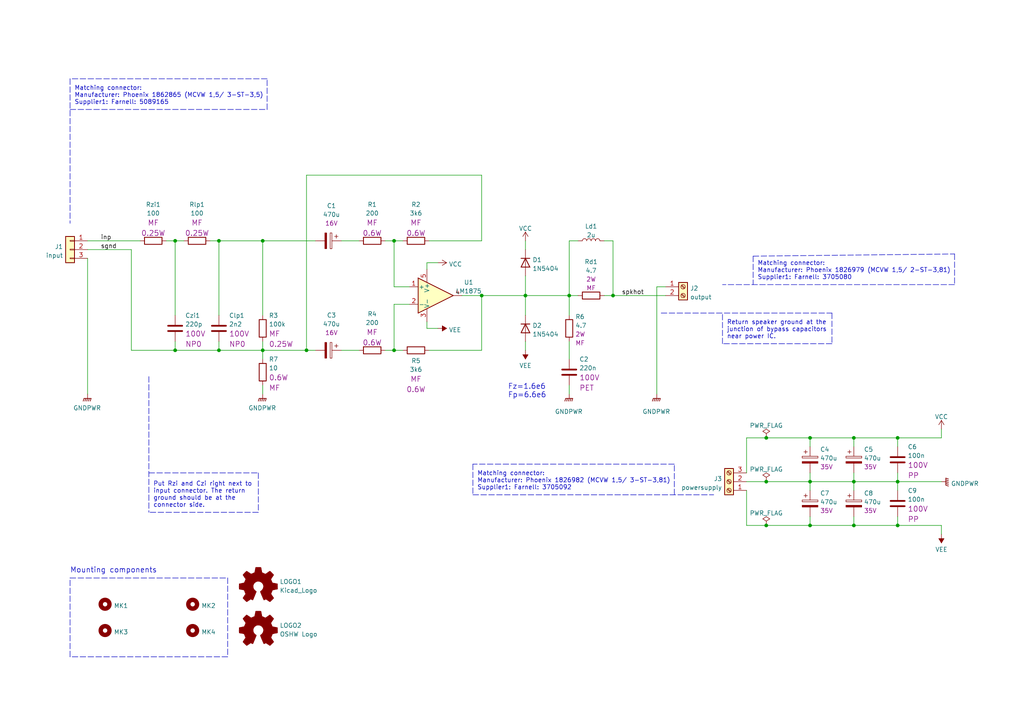
<source format=kicad_sch>
(kicad_sch (version 20211123) (generator eeschema)
  (paper "A4")
  (title_block (title "Minima Power Amplifier") (date "2019-01-31") (rev "1.2") (company "REAL-TIME CONSULTING") (comment 1 "Minimalistic small audio power amplifier"))
  (lib_symbols
    (symbol "Amplifier_Audio:LM1875" (pin_names (offset 0.127))
      (property "Reference" "U" (at 3.81 6.35 0))
      (property "Value" "LM1875" (at 3.81 3.81 0))
      (symbol "LM1875_0_1"
        (polyline (pts (xy -5.08 5.08) (xy 5.08 0) (xy -5.08 -5.08) (xy -5.08 5.08)) (stroke (width 0.254)) (fill (type background)))
      )
      (symbol "LM1875_1_1"
        (pin input line (at -7.62 2.54 0) (length 2.54) (name "+") (number "1"))
        (pin input line (at -7.62 -2.54 0) (length 2.54) (name "-") (number "2"))
        (pin power_in line (at -2.54 -7.62 90) (length 3.81) (name "V-") (number "3"))
        (pin output line (at 7.62 0 180) (length 2.54) (name "~") (number "4"))
        (pin power_in line (at -2.54 7.62 270) (length 3.81) (name "V+") (number "5"))
      )
    )
    (symbol "Connector:Screw_Terminal_01x02" (pin_names (offset 1.016) hide)
      (property "Reference" "J" (at 0 2.54 0))
      (property "Value" "Screw_Terminal_01x02" (at 0 -5.08 0))
      (symbol "Screw_Terminal_01x02_1_1"
        (rectangle (start -1.27 1.27) (end 1.27 -3.81) (stroke (width 0.254)) (fill (type background)))
        (circle (center 0 -2.54) (radius 0.635) (stroke (width 0.1524)))
        (polyline (pts (xy -0.5334 -2.2098) (xy 0.3302 -3.048)) (stroke (width 0.1524)))
        (polyline (pts (xy -0.5334 0.3302) (xy 0.3302 -0.508)) (stroke (width 0.1524)))
        (polyline (pts (xy -0.3556 -2.032) (xy 0.508 -2.8702)) (stroke (width 0.1524)))
        (polyline (pts (xy -0.3556 0.508) (xy 0.508 -0.3302)) (stroke (width 0.1524)))
        (circle (center 0 0) (radius 0.635) (stroke (width 0.1524)))
        (pin passive line (at -5.08 0 0) (length 3.81) (name "Pin_1") (number "1"))
        (pin passive line (at -5.08 -2.54 0) (length 3.81) (name "Pin_2") (number "2"))
      )
    )
    (symbol "Connector:Screw_Terminal_01x03" (pin_names (offset 1.016) hide)
      (property "Reference" "J" (at 0 5.08 0))
      (property "Value" "Screw_Terminal_01x03" (at 0 -5.08 0))
      (symbol "Screw_Terminal_01x03_1_1"
        (rectangle (start -1.27 3.81) (end 1.27 -3.81) (stroke (width 0.254)) (fill (type background)))
        (circle (center 0 -2.54) (radius 0.635) (stroke (width 0.1524)))
        (polyline (pts (xy -0.5334 -2.2098) (xy 0.3302 -3.048)) (stroke (width 0.1524)))
        (polyline (pts (xy -0.5334 0.3302) (xy 0.3302 -0.508)) (stroke (width 0.1524)))
        (polyline (pts (xy -0.5334 2.8702) (xy 0.3302 2.032)) (stroke (width 0.1524)))
        (polyline (pts (xy -0.3556 -2.032) (xy 0.508 -2.8702)) (stroke (width 0.1524)))
        (polyline (pts (xy -0.3556 0.508) (xy 0.508 -0.3302)) (stroke (width 0.1524)))
        (polyline (pts (xy -0.3556 3.048) (xy 0.508 2.2098)) (stroke (width 0.1524)))
        (circle (center 0 0) (radius 0.635) (stroke (width 0.1524)))
        (circle (center 0 2.54) (radius 0.635) (stroke (width 0.1524)))
        (pin passive line (at -5.08 2.54 0) (length 3.81) (name "Pin_1") (number "1"))
        (pin passive line (at -5.08 0 0) (length 3.81) (name "Pin_2") (number "2"))
        (pin passive line (at -5.08 -2.54 0) (length 3.81) (name "Pin_3") (number "3"))
      )
    )
    (symbol "Connector_Generic:Conn_01x03" (pin_names (offset 1.016) hide)
      (property "Reference" "J" (at 0 5.08 0))
      (property "Value" "Conn_01x03" (at 0 -5.08 0))
      (symbol "Conn_01x03_1_1"
        (rectangle (start -1.27 -2.413) (end 0 -2.667) (stroke (width 0.1524)))
        (rectangle (start -1.27 0.127) (end 0 -0.127) (stroke (width 0.1524)))
        (rectangle (start -1.27 2.667) (end 0 2.413) (stroke (width 0.1524)))
        (rectangle (start -1.27 3.81) (end 1.27 -3.81) (stroke (width 0.254)) (fill (type background)))
        (pin passive line (at -5.08 2.54 0) (length 3.81) (name "Pin_1") (number "1"))
        (pin passive line (at -5.08 0 0) (length 3.81) (name "Pin_2") (number "2"))
        (pin passive line (at -5.08 -2.54 0) (length 3.81) (name "Pin_3") (number "3"))
      )
    )
    (symbol "Device:C" (pin_numbers hide) (pin_names (offset 0.254))
      (property "Reference" "C" (at 0.635 2.54 0))
      (property "Value" "C" (at 0.635 -2.54 0))
      (symbol "C_0_1"
        (polyline (pts (xy -2.032 -0.762) (xy 2.032 -0.762)) (stroke (width 0.508)))
        (polyline (pts (xy -2.032 0.762) (xy 2.032 0.762)) (stroke (width 0.508)))
      )
      (symbol "C_1_1"
        (pin passive line (at 0 3.81 270) (length 2.794) (name "~") (number "1"))
        (pin passive line (at 0 -3.81 90) (length 2.794) (name "~") (number "2"))
      )
    )
    (symbol "Device:C_Polarized" (pin_numbers hide) (pin_names (offset 0.254))
      (property "Reference" "C" (at 0.635 2.54 0))
      (property "Value" "C_Polarized" (at 0.635 -2.54 0))
      (symbol "C_Polarized_0_1"
        (rectangle (start -2.286 0.508) (end 2.286 1.016))
        (polyline (pts (xy -1.778 2.286) (xy -0.762 2.286)))
        (polyline (pts (xy -1.27 2.794) (xy -1.27 1.778)))
        (rectangle (start 2.286 -0.508) (end -2.286 -1.016) (fill (type outline)))
      )
      (symbol "C_Polarized_1_1"
        (pin passive line (at 0 3.81 270) (length 2.794) (name "~") (number "1"))
        (pin passive line (at 0 -3.81 90) (length 2.794) (name "~") (number "2"))
      )
    )
    (symbol "Device:L" (pin_numbers hide) (pin_names (offset 1.016) hide)
      (property "Reference" "L" (at -1.27 0 90))
      (property "Value" "L" (at 1.905 0 90))
      (symbol "L_0_1"
        (arc (start 0 -2.54) (mid 0.635 -1.905) (end 0 -1.27))
        (arc (start 0 -1.27) (mid 0.635 -0.635) (end 0 0))
        (arc (start 0 0) (mid 0.635 0.635) (end 0 1.27))
        (arc (start 0 1.27) (mid 0.635 1.905) (end 0 2.54))
      )
      (symbol "L_1_1"
        (pin passive line (at 0 3.81 270) (length 1.27) (name "1") (number "1"))
        (pin passive line (at 0 -3.81 90) (length 1.27) (name "2") (number "2"))
      )
    )
    (symbol "Device:R" (pin_numbers hide) (pin_names (offset 0))
      (property "Reference" "R" (at 2.032 0 90))
      (property "Value" "R" (at 0 0 90))
      (symbol "R_0_1"
        (rectangle (start -1.016 -2.54) (end 1.016 2.54) (stroke (width 0.254)))
      )
      (symbol "R_1_1"
        (pin passive line (at 0 3.81 270) (length 1.27) (name "~") (number "1"))
        (pin passive line (at 0 -3.81 90) (length 1.27) (name "~") (number "2"))
      )
    )
    (symbol "Diode:1N5404" (pin_numbers hide) (pin_names (offset 1.016) hide)
      (property "Reference" "D" (at 0 2.54 0))
      (property "Value" "1N5404" (at 0 -2.54 0))
      (symbol "1N5404_0_1"
        (polyline (pts (xy -1.27 1.27) (xy -1.27 -1.27)) (stroke (width 0.254)))
        (polyline (pts (xy 1.27 0) (xy -1.27 0)))
        (polyline (pts (xy 1.27 1.27) (xy 1.27 -1.27) (xy -1.27 0) (xy 1.27 1.27)) (stroke (width 0.254)))
      )
      (symbol "1N5404_1_1"
        (pin passive line (at -3.81 0 0) (length 2.54) (name "K") (number "1"))
        (pin passive line (at 3.81 0 180) (length 2.54) (name "A") (number "2"))
      )
    )
    (symbol "Graphic:Logo_Open_Hardware_Small" (pin_names (offset 1.016))
      (symbol "Logo_Open_Hardware_Small_0_1"
        (polyline (pts (xy 3.3528 -4.3434) (xy 3.302 -4.318) (xy 3.175 -4.2418) (xy 2.9972 -4.1148) (xy 2.7686 -3.9624) (xy 2.54 -3.81) (xy 2.3622 -3.7084) (xy 2.2352 -3.6068) (xy 2.1844 -3.5814) (xy 2.159 -3.6068) (xy 2.0574 -3.6576) (xy 1.905 -3.7338) (xy 1.8034 -3.7846) (xy 1.6764 -3.8354) (xy 1.6002 -3.8354) (xy 1.6002 -3.8354) (xy 1.5494 -3.7338) (xy 1.4732 -3.5306) (xy 1.3462 -3.302) (xy 1.2446 -3.0226) (xy 1.1176 -2.7178) (xy 0.9652 -2.413) (xy 0.8636 -2.1082) (xy 0.7366 -1.8288) (xy 0.6604 -1.6256) (xy 0.6096 -1.4732) (xy 0.5842 -1.397) (xy 0.5842 -1.397) (xy 0.6604 -1.3208) (xy 0.7874 -1.2446) (xy 1.0414 -1.016) (xy 1.2954 -0.6858) (xy 1.4478 -0.3302) (xy 1.524 0.0762) (xy 1.4732 0.4572) (xy 1.3208 0.8128) (xy 1.0668 1.143) (xy 0.762 1.3716) (xy 0.4064 1.524) (xy 0 1.5748) (xy -0.381 1.5494) (xy -0.7366 1.397) (xy -1.0668 1.143) (xy -1.2192 0.9906) (xy -1.397 0.6604) (xy -1.524 0.3048) (xy -1.524 0.2286) (xy -1.4986 -0.1778) (xy -1.397 -0.5334) (xy -1.1938 -0.8636) (xy -0.9144 -1.143) (xy -0.8636 -1.1684) (xy -0.7366 -1.27) (xy -0.635 -1.3462) (xy -0.5842 -1.397) (xy -1.0668 -2.5908) (xy -1.143 -2.794) (xy -1.2954 -3.1242) (xy -1.397 -3.4036) (xy -1.4986 -3.6322) (xy -1.5748 -3.7846) (xy -1.6002 -3.8354) (xy -1.6002 -3.8354) (xy -1.651 -3.8354) (xy -1.7272 -3.81) (xy -1.905 -3.7338) (xy -2.0066 -3.683) (xy -2.1336 -3.6068) (xy -2.2098 -3.5814) (xy -2.2606 -3.6068) (xy -2.3622 -3.683) (xy -2.54 -3.81) (xy -2.7686 -3.9624) (xy -2.9718 -4.0894) (xy -3.1496 -4.2164) (xy -3.302 -4.318) (xy -3.3528 -4.3434) (xy -3.3782 -4.3434) (xy -3.429 -4.318) (xy -3.5306 -4.2164) (xy -3.7084 -4.064) (xy -3.937 -3.8354) (xy -3.9624 -3.81) (xy -4.1656 -3.6068) (xy -4.318 -3.4544) (xy -4.4196 -3.3274) (xy -4.445 -3.2766) (xy -4.445 -3.2766) (xy -4.4196 -3.2258) (xy -4.318 -3.0734) (xy -4.2164 -2.8956) (xy -4.064 -2.667) (xy -3.6576 -2.0828) (xy -3.8862 -1.5494) (xy -3.937 -1.3716) (xy -4.0386 -1.1684) (xy -4.0894 -1.0414) (xy -4.1148 -0.9652) (xy -4.191 -0.9398) (xy -4.318 -0.9144) (xy -4.5466 -0.8636) (xy -4.8006 -0.8128) (xy -5.0546 -0.7874) (xy -5.2578 -0.7366) (xy -5.4356 -0.7112) (xy -5.5118 -0.6858) (xy -5.5118 -0.6858) (xy -5.5372 -0.635) (xy -5.5372 -0.5588) (xy -5.5372 -0.4318) (xy -5.5626 -0.2286) (xy -5.5626 0.0762) (xy -5.5626 0.127) (xy -5.5372 0.4064) (xy -5.5372 0.635) (xy -5.5372 0.762) (xy -5.5372 0.8382) (xy -5.5372 0.8382) (xy -5.461 0.8382) (xy -5.3086 0.889) (xy -5.08 0.9144) (xy -4.826 0.9652) (xy -4.8006 0.9906) (xy -4.5466 1.0414) (xy -4.318 1.0668) (xy -4.1656 1.1176) (xy -4.0894 1.143) (xy -4.0894 1.143) (xy -4.0386 1.2446) (xy -3.9624 1.4224) (xy -3.8608 1.6256) (xy -3.7846 1.8288) (xy -3.7084 2.0066) (xy -3.6576 2.159) (xy -3.6322 2.2098) (xy -3.6322 2.2098) (xy -3.683 2.286) (xy -3.7592 2.413) (xy -3.8862 2.5908) (xy -4.064 2.8194) (xy -4.064 2.8448) (xy -4.2164 3.0734) (xy -4.3434 3.2512) (xy -4.4196 3.3782) (xy -4.445 3.4544) (xy -4.445 3.4544) (xy -4.3942 3.5052) (xy -4.2926 3.6322) (xy -4.1148 3.81) (xy -3.937 4.0132) (xy -3.8608 4.064) (xy -3.6576 4.2926) (xy -3.5052 4.4196) (xy -3.4036 4.4958) (xy -3.3528 4.5212) (xy -3.3528 4.5212) (xy -3.302 4.4704) (xy -3.1496 4.3688) (xy -2.9718 4.2418) (xy -2.7432 4.0894) (xy -2.7178 4.0894) (xy -2.4892 3.937) (xy -2.3114 3.81) (xy -2.1844 3.7084) (xy -2.1336 3.683) (xy -2.1082 3.683) (xy -2.032 3.7084) (xy -1.8542 3.7592) (xy -1.6764 3.8354) (xy -1.4732 3.937) (xy -1.27 4.0132) (xy -1.143 4.064) (xy -1.0668 4.1148) (xy -1.0668 4.1148) (xy -1.0414 4.191) (xy -1.016 4.3434) (xy -0.9652 4.572) (xy -0.9144 4.8514) (xy -0.889 4.9022) (xy -0.8382 5.1562) (xy -0.8128 5.3848) (xy -0.7874 5.5372) (xy -0.762 5.588) (xy -0.7112 5.6134) (xy -0.5842 5.6134) (xy -0.4064 5.6134) (xy -0.1524 5.6134) (xy 0.0762 5.6134) (xy 0.3302 5.6134) (xy 0.5334 5.6134) (xy 0.6858 5.588) (xy 0.7366 5.588) (xy 0.7366 5.588) (xy 0.762 5.5118) (xy 0.8128 5.334) (xy 0.8382 5.1054) (xy 0.9144 4.826) (xy 0.9144 4.7752) (xy 0.9652 4.5212) (xy 1.016 4.2926) (xy 1.0414 4.1402) (xy 1.0668 4.0894) (xy 1.0668 4.0894) (xy 1.1938 4.0386) (xy 1.3716 3.9624) (xy 1.5748 3.8608) (xy 2.0828 3.6576) (xy 2.7178 4.0894) (xy 2.7686 4.1402) (xy 2.9972 4.2926) (xy 3.175 4.4196) (xy 3.302 4.4958) (xy 3.3782 4.5212) (xy 3.3782 4.5212) (xy 3.429 4.4704) (xy 3.556 4.3434) (xy 3.7338 4.191) (xy 3.9116 3.9878) (xy 4.064 3.8354) (xy 4.2418 3.6576) (xy 4.3434 3.556) (xy 4.4196 3.4798) (xy 4.4196 3.429) (xy 4.4196 3.4036) (xy 4.3942 3.3274) (xy 4.2926 3.2004) (xy 4.1656 2.9972) (xy 4.0132 2.794) (xy 3.8862 2.5908) (xy 3.7592 2.3876) (xy 3.6576 2.2352) (xy 3.6322 2.159) (xy 3.6322 2.1336) (xy 3.683 2.0066) (xy 3.7592 1.8288) (xy 3.8608 1.6002) (xy 4.064 1.1176) (xy 4.3942 1.0414) (xy 4.5974 1.016) (xy 4.8768 0.9652) (xy 5.1308 0.9144) (xy 5.5372 0.8382) (xy 5.5626 -0.6604) (xy 5.4864 -0.6858) (xy 5.4356 -0.6858) (xy 5.2832 -0.7366) (xy 5.0546 -0.762) (xy 4.8006 -0.8128) (xy 4.5974 -0.8636) (xy 4.3688 -0.9144) (xy 4.2164 -0.9398) (xy 4.1402 -0.9398) (xy 4.1148 -0.9652) (xy 4.064 -1.0668) (xy 3.9878 -1.2446) (xy 3.9116 -1.4478) (xy 3.81 -1.651) (xy 3.7338 -1.8542) (xy 3.683 -2.0066) (xy 3.6576 -2.0828) (xy 3.683 -2.1336) (xy 3.7846 -2.2606) (xy 3.8862 -2.4638) (xy 4.0386 -2.667) (xy 4.191 -2.8956) (xy 4.318 -3.0734) (xy 4.3942 -3.2004) (xy 4.445 -3.2766) (xy 4.4196 -3.3274) (xy 4.3434 -3.429) (xy 4.1656 -3.5814) (xy 3.937 -3.8354) (xy 3.8862 -3.8608) (xy 3.683 -4.064) (xy 3.5306 -4.2164) (xy 3.4036 -4.318) (xy 3.3528 -4.3434)) (fill (type outline)))
      )
    )
    (symbol "Mechanical:MountingHole" (pin_names (offset 1.016))
      (property "Reference" "H" (at 0 5.08 0))
      (property "Value" "MountingHole" (at 0 3.175 0))
      (symbol "MountingHole_0_1"
        (circle (center 0 0) (radius 1.27) (stroke (width 1.27)))
      )
    )
    (symbol "power:GNDPWR" (power) (pin_names (offset 0))
      (property "Value" "GNDPWR" (at 0 -3.302 0))
      (symbol "GNDPWR_0_1"
        (polyline (pts (xy 0 -1.27) (xy 0 0)))
        (polyline (pts (xy -1.016 -1.27) (xy -1.27 -2.032) (xy -1.27 -2.032)) (stroke (width 0.2032)))
        (polyline (pts (xy -0.508 -1.27) (xy -0.762 -2.032) (xy -0.762 -2.032)) (stroke (width 0.2032)))
        (polyline (pts (xy 0 -1.27) (xy -0.254 -2.032) (xy -0.254 -2.032)) (stroke (width 0.2032)))
        (polyline (pts (xy 0.508 -1.27) (xy 0.254 -2.032) (xy 0.254 -2.032)) (stroke (width 0.2032)))
        (polyline (pts (xy 1.016 -1.27) (xy -1.016 -1.27) (xy -1.016 -1.27)) (stroke (width 0.2032)))
        (polyline (pts (xy 1.016 -1.27) (xy 0.762 -2.032) (xy 0.762 -2.032) (xy 0.762 -2.032)) (stroke (width 0.2032)))
      )
      (symbol "GNDPWR_1_1"
        (pin power_in line (at 0 0 270) (length 0) hide (name "GNDPWR") (number "1"))
      )
    )
    (symbol "power:PWR_FLAG" (power) (pin_numbers hide) (pin_names (offset 0) hide)
      (property "Value" "PWR_FLAG" (at 0 3.81 0))
      (symbol "PWR_FLAG_0_0"
        (pin power_out line (at 0 0 90) (length 0) (name "pwr") (number "1"))
      )
      (symbol "PWR_FLAG_0_1"
        (polyline (pts (xy 0 0) (xy 0 1.27) (xy -1.016 1.905) (xy 0 2.54) (xy 1.016 1.905) (xy 0 1.27)))
      )
    )
    (symbol "power:VCC" (power) (pin_names (offset 0))
      (property "Value" "VCC" (at 0 3.81 0))
      (symbol "VCC_0_1"
        (polyline (pts (xy -0.762 1.27) (xy 0 2.54)))
        (polyline (pts (xy 0 0) (xy 0 2.54)))
        (polyline (pts (xy 0 2.54) (xy 0.762 1.27)))
      )
      (symbol "VCC_1_1"
        (pin power_in line (at 0 0 90) (length 0) hide (name "VCC") (number "1"))
      )
    )
    (symbol "power:VEE" (power) (pin_names (offset 0))
      (property "Value" "VEE" (at 0 3.81 0))
      (symbol "VEE_0_1"
        (polyline (pts (xy 0 0) (xy 0 2.54)))
        (polyline (pts (xy 0.762 1.27) (xy -0.762 1.27) (xy 0 2.54) (xy 0.762 1.27)) (fill (type outline)))
      )
      (symbol "VEE_1_1"
        (pin power_in line (at 0 0 90) (length 0) hide (name "VEE") (number "1"))
      )
    )
  )
  (junction (at 165.1 85.725))
  (junction (at 50.8 69.85))
  (junction (at 234.95 139.7))
  (junction (at 139.7 85.725))
  (junction (at 50.8 101.6))
  (junction (at 247.65 139.7))
  (junction (at 260.35 152.4))
  (junction (at 247.65 152.4))
  (junction (at 88.9 101.6))
  (junction (at 222.25 152.4))
  (junction (at 247.65 127))
  (junction (at 222.25 127))
  (junction (at 222.25 139.7))
  (junction (at 177.8 85.725))
  (junction (at 114.3 101.6))
  (junction (at 260.35 139.7))
  (junction (at 260.35 127))
  (junction (at 234.95 152.4))
  (junction (at 114.3 69.85))
  (junction (at 152.4 85.725))
  (junction (at 234.95 127))
  (junction (at 76.2 69.85))
  (junction (at 63.5 69.85))
  (junction (at 76.2 101.6))
  (junction (at 63.5 101.6))
  (wire (pts (xy 123.825 78.105) (xy 123.825 76.2)))
  (wire (pts (xy 234.95 139.7) (xy 234.95 142.24)))
  (wire (pts (xy 25.4 72.39) (xy 38.1 72.39)))
  (wire (pts (xy 234.95 127) (xy 247.65 127)))
  (wire (pts (xy 216.535 137.16) (xy 216.535 127)))
  (polyline (pts (xy 209.55 99.695) (xy 209.55 90.805)))
  (wire (pts (xy 76.2 114.3) (xy 76.2 111.76)))
  (wire (pts (xy 139.7 85.725) (xy 152.4 85.725)))
  (wire (pts (xy 152.4 99.06) (xy 152.4 101.6)))
  (polyline (pts (xy 191.77 90.805) (xy 241.3 90.805)))
  (wire (pts (xy 114.3 69.85) (xy 116.84 69.85)))
  (wire (pts (xy 273.05 152.4) (xy 273.05 154.94)))
  (polyline (pts (xy 137.16 134.62) (xy 137.16 143.51)))
  (polyline (pts (xy 241.3 90.805) (xy 241.3 99.695)))
  (wire (pts (xy 114.3 83.185) (xy 118.745 83.185)))
  (polyline (pts (xy 276.86 82.55) (xy 209.55 82.55)))
  (wire (pts (xy 247.65 137.16) (xy 247.65 139.7)))
  (wire (pts (xy 50.8 91.44) (xy 50.8 69.85)))
  (wire (pts (xy 260.35 127) (xy 273.05 127)))
  (wire (pts (xy 38.1 72.39) (xy 38.1 101.6)))
  (wire (pts (xy 88.9 101.6) (xy 91.44 101.6)))
  (wire (pts (xy 234.95 139.7) (xy 247.65 139.7)))
  (wire (pts (xy 216.535 142.24) (xy 216.535 152.4)))
  (wire (pts (xy 133.985 85.725) (xy 139.7 85.725)))
  (wire (pts (xy 273.05 127) (xy 273.05 124.46)))
  (polyline (pts (xy 66.04 167.64) (xy 66.04 190.5)))
  (wire (pts (xy 165.1 91.44) (xy 165.1 85.725)))
  (wire (pts (xy 123.825 95.25) (xy 127 95.25)))
  (polyline (pts (xy 77.47 22.86) (xy 20.32 22.86)))
  (wire (pts (xy 177.8 85.725) (xy 193.04 85.725)))
  (wire (pts (xy 247.65 152.4) (xy 260.35 152.4)))
  (polyline (pts (xy 74.93 137.16) (xy 74.93 148.59)))
  (wire (pts (xy 216.535 139.7) (xy 222.25 139.7)))
  (wire (pts (xy 114.3 88.265) (xy 118.745 88.265)))
  (wire (pts (xy 139.7 50.8) (xy 139.7 69.85)))
  (wire (pts (xy 222.25 152.4) (xy 234.95 152.4)))
  (wire (pts (xy 165.1 104.14) (xy 165.1 99.06)))
  (wire (pts (xy 50.8 99.06) (xy 50.8 101.6)))
  (wire (pts (xy 247.65 142.24) (xy 247.65 139.7)))
  (polyline (pts (xy 195.58 134.62) (xy 137.16 134.62)))
  (wire (pts (xy 260.35 137.16) (xy 260.35 139.7)))
  (wire (pts (xy 222.25 127) (xy 234.95 127)))
  (wire (pts (xy 63.5 101.6) (xy 76.2 101.6)))
  (wire (pts (xy 260.35 142.24) (xy 260.35 139.7)))
  (wire (pts (xy 165.1 69.85) (xy 167.64 69.85)))
  (wire (pts (xy 247.65 127) (xy 260.35 127)))
  (polyline (pts (xy 20.32 167.64) (xy 66.04 167.64)))
  (wire (pts (xy 60.96 69.85) (xy 63.5 69.85)))
  (wire (pts (xy 88.9 50.8) (xy 139.7 50.8)))
  (wire (pts (xy 152.4 72.39) (xy 152.4 69.85)))
  (wire (pts (xy 177.8 69.85) (xy 177.8 85.725)))
  (wire (pts (xy 247.65 149.86) (xy 247.65 152.4)))
  (wire (pts (xy 216.535 127) (xy 222.25 127)))
  (wire (pts (xy 48.26 69.85) (xy 50.8 69.85)))
  (wire (pts (xy 63.5 91.44) (xy 63.5 69.85)))
  (polyline (pts (xy 218.44 74.295) (xy 276.86 73.66)))
  (polyline (pts (xy 218.44 74.295) (xy 218.44 82.55)))
  (wire (pts (xy 63.5 69.85) (xy 76.2 69.85)))
  (wire (pts (xy 139.7 69.85) (xy 124.46 69.85)))
  (wire (pts (xy 260.35 129.54) (xy 260.35 127)))
  (polyline (pts (xy 20.32 190.5) (xy 20.32 167.64)))
  (wire (pts (xy 50.8 101.6) (xy 63.5 101.6)))
  (polyline (pts (xy 20.32 31.75) (xy 77.47 31.75)))
  (wire (pts (xy 111.76 101.6) (xy 114.3 101.6)))
  (wire (pts (xy 123.825 95.25) (xy 123.825 93.345)))
  (wire (pts (xy 165.1 114.3) (xy 165.1 111.76)))
  (wire (pts (xy 260.35 149.86) (xy 260.35 152.4)))
  (wire (pts (xy 234.95 152.4) (xy 247.65 152.4)))
  (wire (pts (xy 76.2 69.85) (xy 91.44 69.85)))
  (polyline (pts (xy 77.47 31.75) (xy 77.47 22.86)))
  (wire (pts (xy 152.4 85.725) (xy 165.1 85.725)))
  (polyline (pts (xy 276.86 73.66) (xy 276.86 82.55)))
  (wire (pts (xy 76.2 104.14) (xy 76.2 101.6)))
  (wire (pts (xy 165.1 69.85) (xy 165.1 85.725)))
  (polyline (pts (xy 195.58 143.51) (xy 195.58 134.62)))
  (wire (pts (xy 50.8 69.85) (xy 53.34 69.85)))
  (polyline (pts (xy 20.32 22.86) (xy 20.32 64.77)))
  (wire (pts (xy 152.4 85.725) (xy 152.4 91.44)))
  (wire (pts (xy 222.25 139.7) (xy 234.95 139.7)))
  (wire (pts (xy 99.06 101.6) (xy 104.14 101.6)))
  (wire (pts (xy 38.1 101.6) (xy 50.8 101.6)))
  (wire (pts (xy 114.3 69.85) (xy 114.3 83.185)))
  (wire (pts (xy 152.4 80.01) (xy 152.4 85.725)))
  (polyline (pts (xy 241.3 99.695) (xy 209.55 99.695)))
  (wire (pts (xy 63.5 99.06) (xy 63.5 101.6)))
  (polyline (pts (xy 66.04 190.5) (xy 20.32 190.5)))
  (wire (pts (xy 111.76 69.85) (xy 114.3 69.85)))
  (wire (pts (xy 234.95 137.16) (xy 234.95 139.7)))
  (wire (pts (xy 88.9 50.8) (xy 88.9 101.6)))
  (wire (pts (xy 190.5 83.185) (xy 193.04 83.185)))
  (wire (pts (xy 190.5 83.185) (xy 190.5 114.3)))
  (wire (pts (xy 175.26 69.85) (xy 177.8 69.85)))
  (wire (pts (xy 104.14 69.85) (xy 99.06 69.85)))
  (wire (pts (xy 247.65 139.7) (xy 260.35 139.7)))
  (wire (pts (xy 76.2 91.44) (xy 76.2 69.85)))
  (wire (pts (xy 139.7 85.725) (xy 139.7 101.6)))
  (wire (pts (xy 114.3 101.6) (xy 116.84 101.6)))
  (wire (pts (xy 124.46 101.6) (xy 139.7 101.6)))
  (wire (pts (xy 260.35 152.4) (xy 273.05 152.4)))
  (wire (pts (xy 216.535 152.4) (xy 222.25 152.4)))
  (polyline (pts (xy 43.18 137.16) (xy 74.93 137.16)))
  (wire (pts (xy 165.1 85.725) (xy 167.64 85.725)))
  (wire (pts (xy 234.95 127) (xy 234.95 129.54)))
  (wire (pts (xy 123.825 76.2) (xy 127 76.2)))
  (polyline (pts (xy 43.18 109.22) (xy 43.18 148.59)))
  (polyline (pts (xy 74.93 148.59) (xy 43.18 148.59)))
  (wire (pts (xy 76.2 99.06) (xy 76.2 101.6)))
  (wire (pts (xy 260.35 139.7) (xy 273.05 139.7)))
  (wire (pts (xy 25.4 69.85) (xy 40.64 69.85)))
  (wire (pts (xy 175.26 85.725) (xy 177.8 85.725)))
  (wire (pts (xy 114.3 88.265) (xy 114.3 101.6)))
  (wire (pts (xy 234.95 149.86) (xy 234.95 152.4)))
  (wire (pts (xy 247.65 127) (xy 247.65 129.54)))
  (wire (pts (xy 25.4 74.93) (xy 25.4 114.3)))
  (polyline (pts (xy 137.16 143.51) (xy 207.01 143.51)))
  (wire (pts (xy 76.2 101.6) (xy 88.9 101.6)))
  (text "Matching connector:\nManufacturer: Phoenix 1862865 (MCVW 1,5/ 3-ST-3,5)\nSupplier1: Farnell: 5089165" (at 21.59 30.48 0) (effects (font (size 1.27 1.27)) (justify left bottom)))
  (text "Put Rzi and Czi right next to\ninput connector. The return\nground should be at the\nconnector side." (at 44.45 147.32 0) (effects (font (size 1.27 1.27)) (justify left bottom)))
  (text "Return speaker ground at the\njunction of bypass capacitors \nnear power IC." (at 210.82 98.425 0) (effects (font (size 1.27 1.27)) (justify left bottom)))
  (text "Mounting components" (at 20.32 166.37 0) (effects (font (size 1.524 1.524)) (justify left bottom)))
  (text "Fz=1.6e6\nFp=6.6e6" (at 147.32 115.57 0) (effects (font (size 1.524 1.524)) (justify left bottom)))
  (text "Matching connector:\nManufacturer: Phoenix 1826979 (MCVW 1,5/ 2-ST-3,81)\nSupplier1: Farnell: 3705080" (at 219.71 81.28 0) (effects (font (size 1.27 1.27)) (justify left bottom)))
  (text "Matching connector:\nManufacturer: Phoenix 1826982 (MCVW 1,5/ 3-ST-3,81)\nSupplier1: Farnell: 3705092" (at 138.43 142.24 0) (effects (font (size 1.27 1.27)) (justify left bottom)))
  (label "spkhot" (at 180.34 85.725 0))
  (label "sgnd" (at 29.21 72.39 0))
  (label "inp" (at 29.21 69.85 0))
  (symbol (lib_id "Connector:Screw_Terminal_01x02") (at 198.12 83.185 0) (unit 1)
    (property "Reference" "J2" (at 200.152 83.6203 0) (effects (justify left)))
    (property "Value" "output" (at 200.152 86.1572 0) (effects (justify left)))
    (property "Footprint" "Connector_Phoenix_MC:PhoenixContact_MCV_1,5_2-G-3.81_1x02_P3.81mm_Vertical" (effects hide))
    (property "Datasheet" "http://www.farnell.com/datasheets/2133308.pdf" (effects hide))
    (property "Vendor" "Farnell: 3913077" (effects hide))
    (property "Manufacturer" "Phoenix: 1803426 (MCV 1,5/ 2-G-3,81)" (effects hide))
  )
  (symbol (lib_id "Mechanical:MountingHole") (at 30.48 175.26 0) (unit 1)
    (property "Reference" "MK1" (at 33.02 175.6938 0) (effects (justify left)))
    (property "Value" "Mounting_Hole" (effects hide))
    (property "Footprint" "MountingHole:MountingHole_3.2mm_M3_ISO7380_Pad" (effects hide))
  )
  (symbol (lib_id "Mechanical:MountingHole") (at 30.48 182.88 0) (unit 1)
    (property "Reference" "MK3" (at 33.02 183.3138 0) (effects (justify left)))
    (property "Value" "Mounting_Hole" (effects hide))
    (property "Footprint" "MountingHole:MountingHole_3.2mm_M3_ISO7380_Pad" (effects hide))
  )
  (symbol (lib_id "Mechanical:MountingHole") (at 55.88 182.88 0) (unit 1)
    (property "Reference" "MK4" (at 58.42 183.3138 0) (effects (justify left)))
    (property "Value" "Mounting_Hole" (effects hide))
    (property "Footprint" "MountingHole:MountingHole_3.2mm_M3_ISO7380_Pad" (effects hide))
  )
  (symbol (lib_id "Mechanical:MountingHole") (at 55.88 175.26 0) (unit 1)
    (property "Reference" "MK2" (at 58.42 175.6938 0) (effects (justify left)))
    (property "Value" "Mounting_Hole" (effects hide))
    (property "Footprint" "MountingHole:MountingHole_3.2mm_M3_ISO7380_Pad" (effects hide))
  )
  (symbol (lib_id "Connector_Generic:Conn_01x03") (at 20.32 72.39 0) (mirror y) (unit 1)
    (property "Reference" "J1" (at 18.288 71.5553 0) (effects (justify left)))
    (property "Value" "input" (at 18.288 74.0922 0) (effects (justify left)))
    (property "Footprint" "Connector_Phoenix_MC:PhoenixContact_MCV_1,5_3-G-3.5_1x03_P3.50mm_Vertical" (effects hide))
    (property "Datasheet" "http://www.farnell.com/datasheets/2309782.pdf" (effects hide))
    (property "Manufacturer" "Phoenix: 1843619 (MCV 1,5/ 3-G-3,81)" (effects hide))
    (property "Vendor" "Farnell: 3704828" (effects hide))
  )
  (symbol (lib_id "Connector:Screw_Terminal_01x03") (at 211.455 139.7 180) (unit 1)
    (property "Reference" "J3" (at 209.423 138.8653 0) (effects (justify left)))
    (property "Value" "powersupply" (at 209.423 141.4022 0) (effects (justify left)))
    (property "Footprint" "Connector_Phoenix_MC:PhoenixContact_MCV_1,5_3-G-3.81_1x03_P3.81mm_Vertical" (effects hide))
    (property "Datasheet" "http://www.farnell.com/datasheets/2138271.pdf" (effects hide))
    (property "Manufacturer" "Phoenix: 1803439 (MCV 1,5/ 3-G-3,81)" (effects hide))
    (property "Vendor" "Farnell: 3913089" (effects hide))
  )
  (symbol (lib_id "Graphic:Logo_Open_Hardware_Small") (at 74.93 182.88 0) (unit 1)
    (property "Reference" "LOGO2" (at 81.1276 181.4103 0) (effects (justify left)))
    (property "Value" "OSHW Logo" (at 81.1276 183.9472 0) (effects (justify left)))
    (property "Footprint" "Symbol:OSHW-Logo2_7.3x6mm_SilkScreen" (effects hide))
  )
  (symbol (lib_id "Graphic:Logo_Open_Hardware_Small") (at 74.93 170.18 0) (unit 1)
    (property "Reference" "LOGO1" (at 81.1276 168.7103 0) (effects (justify left)))
    (property "Value" "Kicad_Logo" (at 81.1276 171.2472 0) (effects (justify left)))
    (property "Footprint" "Symbol:KiCad-Logo_5mm_Copper" (effects hide))
  )
  (symbol (lib_id "power:GNDPWR") (at 190.5 114.3 0) (unit 1)
    (property "Reference" "#PWR03" (effects hide))
    (property "Value" "GNDPWR" (at 190.373 119.38 0))
  )
  (symbol (lib_id "Device:C") (at 63.5 95.25 0) (unit 1)
    (property "Reference" "Clp1" (at 66.421 91.5086 0) (effects (justify left)))
    (property "Value" "2n2" (at 66.421 94.0455 0) (effects (justify left)))
    (property "Footprint" "Capacitor_THT:C_Disc_D4.3mm_W1.9mm_P5.00mm" (effects hide))
    (property "Datasheet" "http://www.farnell.com/datasheets/2095938.pdf" (effects hide))
    (property "Voltage" "100V" (at 66.421 96.8107 0) (effects (font (size 1.524 1.524)) (justify left)))
    (property "Type" "NP0" (at 66.421 99.8041 0) (effects (font (size 1.524 1.524)) (justify left)))
    (property "Vendor" "Farnell: 1100515" (effects hide))
    (property "Manufacturer" "SR211A222JAR" (effects hide))
  )
  (symbol (lib_id "Device:C") (at 50.8 95.25 0) (unit 1)
    (property "Reference" "Czi1" (at 53.721 91.5086 0) (effects (justify left)))
    (property "Value" "220p" (at 53.721 94.0455 0) (effects (justify left)))
    (property "Footprint" "Capacitor_THT:C_Disc_D4.3mm_W1.9mm_P5.00mm" (effects hide))
    (property "Datasheet" "http://www.farnell.com/datasheets/2095938.pdf" (effects hide))
    (property "Voltage" "100V" (at 53.721 96.8107 0) (effects (font (size 1.524 1.524)) (justify left)))
    (property "Type" "NP0" (at 53.721 99.8041 0) (effects (font (size 1.524 1.524)) (justify left)))
    (property "Vendor" "Farnell: 1100508" (effects hide))
    (property "Manufacturer" "AVX:SR211A221JAR" (effects hide))
  )
  (symbol (lib_id "Device:R") (at 44.45 69.85 270) (unit 1)
    (property "Reference" "Rzi1" (at 44.45 59.3208 90))
    (property "Value" "100" (at 44.45 61.8577 90))
    (property "Footprint" "Resistor_THT:R_Axial_DIN0207_L6.3mm_D2.5mm_P10.16mm_Horizontal" (effects hide))
    (property "Datasheet" "http://www.farnell.com/datasheets/1723855.pdf" (effects hide))
    (property "Vendor" "Farnell: 2329854" (effects hide))
    (property "Manufacturer" "TE Connectivity:LR0204F100R" (effects hide))
    (property "Type" "MF" (at 44.45 64.6229 90) (effects (font (size 1.524 1.524))))
    (property "Power" "0.25W" (at 44.45 67.6163 90) (effects (font (size 1.524 1.524))))
  )
  (symbol (lib_id "Device:R") (at 57.15 69.85 270) (unit 1)
    (property "Reference" "Rlp1" (at 57.15 59.3208 90))
    (property "Value" "100" (at 57.15 61.8577 90))
    (property "Footprint" "Resistor_THT:R_Axial_DIN0207_L6.3mm_D2.5mm_P10.16mm_Horizontal" (effects hide))
    (property "Datasheet" "http://www.farnell.com/datasheets/1723855.pdf" (effects hide))
    (property "Vendor" "Farnell: 2329854" (effects hide))
    (property "Manufacturer" "TE Connectivity:LR0204F100R" (effects hide))
    (property "Type" "MF" (at 57.15 64.6229 90) (effects (font (size 1.524 1.524))))
    (property "Power" "0.25W" (at 57.15 67.6163 90) (effects (font (size 1.524 1.524))))
  )
  (symbol (lib_id "Device:R") (at 76.2 107.95 180) (unit 1)
    (property "Reference" "R7" (at 77.978 104.2086 0) (effects (justify right)))
    (property "Value" "10" (at 77.978 106.7455 0) (effects (justify right)))
    (property "Footprint" "Resistor_THT:R_Axial_DIN0207_L6.3mm_D2.5mm_P10.16mm_Horizontal" (effects hide))
    (property "Datasheet" "http://www.farnell.com/datasheets/1723855.pdf" (effects hide))
    (property "Vendor" "Farnell: 2329993" (effects hide))
    (property "Manufacturer" "TE Connectivity:LR1F10R" (effects hide))
    (property "Power" "0.6W" (at 77.978 109.5107 0) (effects (font (size 1.524 1.524)) (justify right)))
    (property "Type" "MF" (at 77.978 112.5041 0) (effects (font (size 1.524 1.524)) (justify right)))
  )
  (symbol (lib_id "Device:R") (at 76.2 95.25 0) (unit 1)
    (property "Reference" "R3" (at 77.978 91.5086 0) (effects (justify left)))
    (property "Value" "100k" (at 77.978 94.0455 0) (effects (justify left)))
    (property "Footprint" "Resistor_THT:R_Axial_DIN0207_L6.3mm_D2.5mm_P10.16mm_Horizontal" (effects hide))
    (property "Datasheet" "http://www.farnell.com/datasheets/1723855.pdf" (effects hide))
    (property "Vendor" "Farnell: 2329853" (effects hide))
    (property "Manufacturer" "TE Connectivity:LR0204F100K" (effects hide))
    (property "Type" "MF" (at 77.978 96.8107 0) (effects (font (size 1.524 1.524)) (justify left)))
    (property "Power" "0.25W" (at 77.978 99.8041 0) (effects (font (size 1.524 1.524)) (justify left)))
  )
  (symbol (lib_id "power:GNDPWR") (at 76.2 114.3 0) (unit 1)
    (property "Reference" "#PWR08" (effects hide))
    (property "Value" "GNDPWR" (at 76.073 118.337 0))
  )
  (symbol (lib_id "power:GNDPWR") (at 25.4 114.3 0) (unit 1)
    (property "Reference" "#PWR06" (effects hide))
    (property "Value" "GNDPWR" (at 25.273 118.337 0))
  )
  (symbol (lib_id "Device:C") (at 260.35 133.35 0) (unit 1)
    (property "Reference" "C6" (at 263.271 129.6086 0) (effects (justify left)))
    (property "Value" "100n" (at 263.271 132.1455 0) (effects (justify left)))
    (property "Footprint" "Capacitor_THT:C_Rect_L7.0mm_W3.5mm_P5.00mm" (effects hide))
    (property "Datasheet" "http://www.farnell.com/datasheets/1784425.pdf" (effects hide))
    (property "Voltage" "100V" (at 263.271 134.9107 0) (effects (font (size 1.524 1.524)) (justify left)))
    (property "Type" "PP" (at 263.271 137.9041 0) (effects (font (size 1.524 1.524)) (justify left)))
    (property "Vendor" "Farnell: 1890265" (effects hide))
    (property "Manufacturer" "WIMA:MKP2D031001F00KSSD" (effects hide))
  )
  (symbol (lib_id "power:GNDPWR") (at 273.05 139.7 90) (unit 1)
    (property "Reference" "#PWR010" (effects hide))
    (property "Value" "GNDPWR" (at 275.8186 140.2608 90) (effects (justify right)))
  )
  (symbol (lib_id "Device:C") (at 260.35 146.05 0) (unit 1)
    (property "Reference" "C9" (at 263.271 142.3086 0) (effects (justify left)))
    (property "Value" "100n" (at 263.271 144.8455 0) (effects (justify left)))
    (property "Footprint" "Capacitor_THT:C_Rect_L7.0mm_W3.5mm_P5.00mm" (effects hide))
    (property "Datasheet" "http://www.farnell.com/datasheets/1784425.pdf" (effects hide))
    (property "Voltage" "100V" (at 263.271 147.6107 0) (effects (font (size 1.524 1.524)) (justify left)))
    (property "Type" "PP" (at 263.271 150.6041 0) (effects (font (size 1.524 1.524)) (justify left)))
    (property "Vendor" "Farnell: 1890265" (effects hide))
    (property "Manufacturer" "WIMA:MKP2D031001F00KSSD" (effects hide))
  )
  (symbol (lib_id "power:VCC") (at 273.05 124.46 0) (unit 1)
    (property "Reference" "#PWR09" (effects hide))
    (property "Value" "VCC" (at 273.05 120.8842 0))
  )
  (symbol (lib_id "power:VEE") (at 273.05 154.94 180) (unit 1)
    (property "Reference" "#PWR011" (effects hide))
    (property "Value" "VEE" (at 273.05 159.3834 0))
  )
  (symbol (lib_id "power:PWR_FLAG") (at 222.25 127 0) (unit 1)
    (property "Reference" "#FLG01" (effects hide))
    (property "Value" "PWR_FLAG" (at 222.25 123.4242 0))
  )
  (symbol (lib_id "power:PWR_FLAG") (at 222.25 152.4 0) (unit 1)
    (property "Reference" "#FLG03" (effects hide))
    (property "Value" "PWR_FLAG" (at 222.25 148.8242 0))
  )
  (symbol (lib_id "power:PWR_FLAG") (at 222.25 139.7 0) (unit 1)
    (property "Reference" "#FLG02" (effects hide))
    (property "Value" "PWR_FLAG" (at 222.25 136.1242 0))
  )
  (symbol (lib_id "power:VCC") (at 127 76.2 270) (unit 1)
    (property "Reference" "#PWR02" (effects hide))
    (property "Value" "VCC" (at 130.175 76.6338 90) (effects (justify left)))
  )
  (symbol (lib_id "power:VEE") (at 127 95.25 270) (unit 1)
    (property "Reference" "#PWR04" (effects hide))
    (property "Value" "VEE" (at 130.175 95.6838 90) (effects (justify left)))
  )
  (symbol (lib_id "power:GNDPWR") (at 165.1 114.3 0) (unit 1)
    (property "Reference" "#PWR07" (effects hide))
    (property "Value" "GNDPWR" (at 164.973 119.38 0))
  )
  (symbol (lib_id "Device:R") (at 171.45 85.725 270) (unit 1)
    (property "Reference" "Rd1" (at 171.45 75.9354 90))
    (property "Value" "4.7" (at 171.45 78.4723 90))
    (property "Footprint" "Resistor_THT:R_Axial_DIN0411_L9.9mm_D3.6mm_P15.24mm_Horizontal" (effects hide))
    (property "Datasheet" "http://www.farnell.com/datasheets/2099800.pdf" (effects hide))
    (property "Manufacturer" "Vishay:PR02000204708JA100" (effects hide))
    (property "Vendor" "Farnell: 2614544" (effects hide))
    (property "Power" "2W" (at 171.45 81.0092 90))
    (property "Type" "MF" (at 171.45 83.5461 90))
  )
  (symbol (lib_id "Device:L") (at 171.45 69.85 90) (unit 1)
    (property "Reference" "Ld1" (at 171.45 65.6422 90))
    (property "Value" "2u" (at 171.45 68.1791 90))
    (property "Footprint" "Inductor_THT:L_Axial_L12.0mm_D5.0mm_P15.24mm_Horizontal_Fastron_MISC" (effects hide))
  )
  (symbol (lib_id "power:VCC") (at 152.4 69.85 0) (unit 1)
    (property "Reference" "#PWR01" (effects hide))
    (property "Value" "VCC" (at 152.4 66.2742 0))
  )
  (symbol (lib_id "power:VEE") (at 152.4 101.6 180) (unit 1)
    (property "Reference" "#PWR05" (effects hide))
    (property "Value" "VEE" (at 152.4 106.0434 0))
  )
  (symbol (lib_id "Diode:1N5404") (at 152.4 95.25 270) (unit 1)
    (property "Reference" "D2" (at 154.432 94.4153 90) (effects (justify left)))
    (property "Value" "1N5404" (at 154.432 96.9522 90) (effects (justify left)))
    (property "Footprint" "Diode_THT:D_DO-201AD_P15.24mm_Horizontal" (effects hide))
    (property "Datasheet" "http://www.onsemi.com/PowerSolutions/supportDoc.do?type=models&rpn=1N5404" (effects hide))
    (property "Manufacturer" "ON Semiconductor:1N5404RL" (effects hide))
    (property "Vendor" "Farnell: 9556141" (effects hide))
  )
  (symbol (lib_id "Device:C") (at 165.1 107.95 0) (mirror y) (unit 1)
    (property "Reference" "C2" (at 168.021 104.2086 0) (effects (justify right)))
    (property "Value" "220n" (at 168.021 106.7455 0) (effects (justify right)))
    (property "Footprint" "Capacitor_THT:C_Rect_L7.0mm_W3.5mm_P5.00mm" (effects hide))
    (property "Datasheet" "http://www.farnell.com/datasheets/815363.pdf" (effects hide))
    (property "Voltage" "100V" (at 168.021 109.5107 0) (effects (font (size 1.524 1.524)) (justify right)))
    (property "Type" "PET" (at 168.021 112.5041 0) (effects (font (size 1.524 1.524)) (justify right)))
    (property "Vendor" "Farnell: 1890146" (effects hide))
    (property "Manufacturer" "WIMA:MKS2D032201C00KSSD" (effects hide))
  )
  (symbol (lib_id "Device:R") (at 107.95 101.6 270) (unit 1)
    (property "Reference" "R4" (at 107.95 91.0708 90))
    (property "Value" "200" (at 107.95 93.6077 90))
    (property "Footprint" "Resistor_THT:R_Axial_DIN0207_L6.3mm_D2.5mm_P10.16mm_Horizontal" (effects hide))
    (property "Datasheet" "http://www.farnell.com/datasheets/1723855.pdf" (effects hide))
    (property "Vendor" "Farnell: 2330163" (effects hide))
    (property "Manufacturer" "TE Connectivity:LR1F499R" (effects hide))
    (property "Type" "MF" (at 107.95 96.3729 90) (effects (font (size 1.524 1.524))))
    (property "Power" "0.6W" (at 107.95 99.3663 90) (effects (font (size 1.524 1.524))))
  )
  (symbol (lib_id "Device:R") (at 120.65 69.85 270) (unit 1)
    (property "Reference" "R2" (at 120.65 59.3208 90))
    (property "Value" "3k6" (at 120.65 61.8577 90))
    (property "Footprint" "Resistor_THT:R_Axial_DIN0207_L6.3mm_D2.5mm_P10.16mm_Horizontal" (effects hide))
    (property "Datasheet" "http://www.farnell.com/datasheets/1723855.pdf" (effects hide))
    (property "Vendor" "Farnell: 2330223" (effects hide))
    (property "Manufacturer" "TE Connectivity:LR1F7K5" (effects hide))
    (property "Type" "MF" (at 120.65 64.6229 90) (effects (font (size 1.524 1.524))))
    (property "Power" "0.6W" (at 120.65 67.6163 90) (effects (font (size 1.524 1.524))))
  )
  (symbol (lib_id "Device:R") (at 120.65 101.6 270) (unit 1)
    (property "Reference" "R5" (at 120.65 104.6464 90))
    (property "Value" "3k6" (at 120.65 107.1833 90))
    (property "Footprint" "Resistor_THT:R_Axial_DIN0207_L6.3mm_D2.5mm_P10.16mm_Horizontal" (effects hide))
    (property "Datasheet" "http://www.farnell.com/datasheets/1723855.pdf" (effects hide))
    (property "Vendor" "Farnell: 2330223" (effects hide))
    (property "Manufacturer" "TE Connectivity:LR1F7K5" (effects hide))
    (property "Type" "MF" (at 120.65 109.9485 90) (effects (font (size 1.524 1.524))))
    (property "Power" "0.6W" (at 120.65 112.9419 90) (effects (font (size 1.524 1.524))))
  )
  (symbol (lib_id "Device:R") (at 107.95 69.85 270) (unit 1)
    (property "Reference" "R1" (at 107.95 59.3208 90))
    (property "Value" "200" (at 107.95 61.8577 90))
    (property "Footprint" "Resistor_THT:R_Axial_DIN0207_L6.3mm_D2.5mm_P10.16mm_Horizontal" (effects hide))
    (property "Datasheet" "http://www.farnell.com/datasheets/1723855.pdf" (effects hide))
    (property "Vendor" "Farnell: 2330163" (effects hide))
    (property "Manufacturer" "TE Connectivity:LR1F499R" (effects hide))
    (property "Type" "MF" (at 107.95 64.6229 90) (effects (font (size 1.524 1.524))))
    (property "Power" "0.6W" (at 107.95 67.6163 90) (effects (font (size 1.524 1.524))))
  )
  (symbol (lib_id "Amplifier_Audio:LM1875") (at 126.365 85.725 0) (unit 1)
    (property "Reference" "U1" (at 135.9452 81.8983 0))
    (property "Value" "LM1875" (at 135.9452 84.4352 0))
    (property "Footprint" "Package_TO_SOT_THT:TO-220-5_P3.4x3.7mm_StaggerOdd_Lead3.8mm_Vertical" (effects hide))
    (property "Datasheet" "http://www.ti.com/lit/ds/symlink/lm1875.pdf" (effects hide))
    (property "Manufacturer" "TI:LM1875T/NOPB" (effects hide))
    (property "Vendor" "Farnell: 1468913" (effects hide))
  )
  (symbol (lib_id "Diode:1N5404") (at 152.4 76.2 270) (unit 1)
    (property "Reference" "D1" (at 154.432 75.3653 90) (effects (justify left)))
    (property "Value" "1N5404" (at 154.432 77.9022 90) (effects (justify left)))
    (property "Footprint" "Diode_THT:D_DO-201AD_P15.24mm_Horizontal" (effects hide))
    (property "Datasheet" "http://www.onsemi.com/PowerSolutions/supportDoc.do?type=models&rpn=1N5404" (effects hide))
    (property "Manufacturer" "ON Semiconductor:1N5404RL" (effects hide))
    (property "Vendor" "Farnell: 9556141" (effects hide))
  )
  (symbol (lib_id "Device:R") (at 165.1 95.25 0) (mirror x) (unit 1)
    (property "Reference" "R6" (at 166.878 91.8784 0) (effects (justify left)))
    (property "Value" "4.7" (at 166.878 94.4153 0) (effects (justify left)))
    (property "Footprint" "Resistor_THT:R_Axial_DIN0411_L9.9mm_D3.6mm_P15.24mm_Horizontal" (effects hide))
    (property "Datasheet" "http://www.farnell.com/datasheets/2099800.pdf" (effects hide))
    (property "Manufacturer" "Vishay:PR02000204708JA100" (effects hide))
    (property "Vendor" "Farnell: 2614544" (effects hide))
    (property "Power" "2W" (at 166.878 96.9522 0) (effects (justify left)))
    (property "Type" "MF" (at 166.878 99.4891 0) (effects (justify left)))
  )
  (symbol (lib_id "Device:C_Polarized") (at 95.25 69.85 270) (unit 1)
    (property "Reference" "C1" (at 96.139 59.69 90))
    (property "Value" "470u" (at 96.139 62.23 90))
    (property "Footprint" "Capacitor_THT:CP_Radial_D8.0mm_P3.50mm" (effects hide))
    (property "Datasheet" "http://www.farnell.com/datasheets/2321304.pdf" (effects hide))
    (property "Voltage" "16V" (at 96.139 64.77 90))
    (property "Vendor" "Farnell: 1144610" (effects hide))
    (property "Manufacturer" "Rybicon:16YXJ470M8X11.5" (effects hide))
  )
  (symbol (lib_id "Device:C_Polarized") (at 247.65 146.05 0) (unit 1)
    (property "Reference" "C8" (at 250.571 143.0579 0) (effects (justify left)))
    (property "Value" "470u" (at 250.571 145.5948 0) (effects (justify left)))
    (property "Footprint" "Capacitor_THT:CP_Radial_D10.0mm_P5.00mm" (effects hide))
    (property "Datasheet" "http://www.farnell.com/datasheets/2321304.pdf" (effects hide))
    (property "Voltage" "35V" (at 250.571 148.1317 0) (effects (justify left)))
    (property "Vendor" "Farnell: 1144610" (effects hide))
    (property "Manufacturer" "Rybicon:16YXJ470M8X11.5" (effects hide))
  )
  (symbol (lib_id "Device:C_Polarized") (at 234.95 133.35 0) (unit 1)
    (property "Reference" "C4" (at 237.871 130.3579 0) (effects (justify left)))
    (property "Value" "470u" (at 237.871 132.8948 0) (effects (justify left)))
    (property "Footprint" "Capacitor_THT:CP_Radial_D10.0mm_P5.00mm" (effects hide))
    (property "Datasheet" "http://www.farnell.com/datasheets/2321304.pdf" (effects hide))
    (property "Voltage" "35V" (at 237.871 135.4317 0) (effects (justify left)))
    (property "Vendor" "Farnell: 1144610" (effects hide))
    (property "Manufacturer" "Rybicon:16YXJ470M8X11.5" (effects hide))
  )
  (symbol (lib_id "Device:C_Polarized") (at 95.25 101.6 270) (unit 1)
    (property "Reference" "C3" (at 96.139 91.44 90))
    (property "Value" "470u" (at 96.139 93.98 90))
    (property "Footprint" "Capacitor_THT:CP_Radial_D8.0mm_P3.50mm" (effects hide))
    (property "Datasheet" "http://www.farnell.com/datasheets/2321304.pdf" (effects hide))
    (property "Voltage" "16V" (at 96.139 96.52 90))
    (property "Vendor" "Farnell: 1144610" (effects hide))
    (property "Manufacturer" "Rybicon:16YXJ470M8X11.5" (effects hide))
  )
  (symbol (lib_id "Device:C_Polarized") (at 234.95 146.05 0) (unit 1)
    (property "Reference" "C7" (at 237.871 143.0579 0) (effects (justify left)))
    (property "Value" "470u" (at 237.871 145.5948 0) (effects (justify left)))
    (property "Footprint" "Capacitor_THT:CP_Radial_D10.0mm_P5.00mm" (effects hide))
    (property "Datasheet" "http://www.farnell.com/datasheets/2321304.pdf" (effects hide))
    (property "Voltage" "35V" (at 237.871 148.1317 0) (effects (justify left)))
    (property "Vendor" "Farnell: 1144610" (effects hide))
    (property "Manufacturer" "Rybicon:16YXJ470M8X11.5" (effects hide))
  )
  (symbol (lib_id "Device:C_Polarized") (at 247.65 133.35 0) (unit 1)
    (property "Reference" "C5" (at 250.571 130.3579 0) (effects (justify left)))
    (property "Value" "470u" (at 250.571 132.8948 0) (effects (justify left)))
    (property "Footprint" "Capacitor_THT:CP_Radial_D10.0mm_P5.00mm" (effects hide))
    (property "Datasheet" "http://www.farnell.com/datasheets/2321304.pdf" (effects hide))
    (property "Voltage" "35V" (at 250.571 135.4317 0) (effects (justify left)))
    (property "Vendor" "Farnell: 1144610" (effects hide))
    (property "Manufacturer" "Rybicon:16YXJ470M8X11.5" (effects hide))
  )
)
</source>
